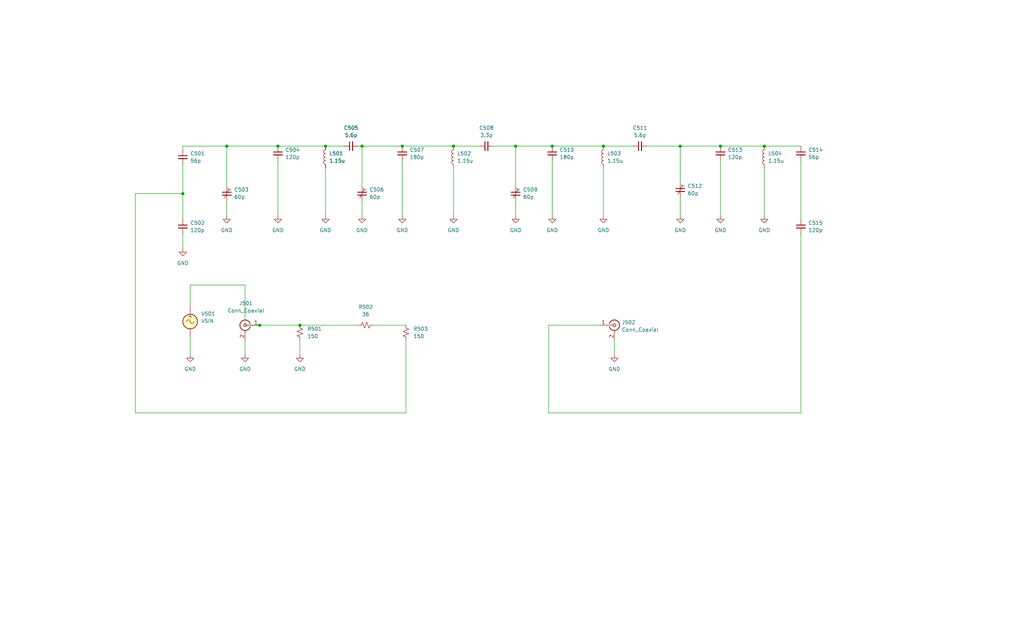
<source format=kicad_sch>
(kicad_sch (version 20211123) (generator eeschema)
  (paper "USLegal")
  (title_block (title "W7ZOI Spectrum Analyzer: Resolution Filters") (date "2022-05-30") (rev "0.3") (company "Andy McCann KA3KAF and Doug McCann KA3KAG") (comment 2 "Terry White K7TAU") (comment 3 "Wes Hayward W7ZOI") (comment 4 "Original Design By:"))
  (lib_symbols
    (symbol "Connector:Conn_Coaxial" (pin_names (offset 1.016) hide)
      (property "Reference" "J" (at 0.254 3.048 0))
      (property "Value" "Conn_Coaxial" (at 2.921 0 90))
      (symbol "Conn_Coaxial_0_1"
        (arc (start -1.778 -0.508) (mid 0.2311 -1.8066) (end 1.778 0) (stroke (width 0.254)))
        (polyline (pts (xy -2.54 0) (xy -0.508 0)))
        (polyline (pts (xy 0 -2.54) (xy 0 -1.778)))
        (circle (center 0 0) (radius 0.508) (stroke (width 0.2032)))
        (arc (start 1.778 0) (mid 0.2099 1.8101) (end -1.778 0.508) (stroke (width 0.254)))
      )
      (symbol "Conn_Coaxial_1_1"
        (pin passive line (at -5.08 0 0) (length 2.54) (name "In") (number "1"))
        (pin passive line (at 0 -5.08 90) (length 2.54) (name "Ext") (number "2"))
      )
    )
    (symbol "Device:C_Small" (pin_numbers hide) (pin_names (offset 0.254) hide)
      (property "Reference" "C" (at 0.254 1.778 0))
      (property "Value" "C_Small" (at 0.254 -2.032 0))
      (symbol "C_Small_0_1"
        (polyline (pts (xy -1.524 -0.508) (xy 1.524 -0.508)) (stroke (width 0.3302)))
        (polyline (pts (xy -1.524 0.508) (xy 1.524 0.508)) (stroke (width 0.3048)))
      )
      (symbol "C_Small_1_1"
        (pin passive line (at 0 2.54 270) (length 2.032) (name "~") (number "1"))
        (pin passive line (at 0 -2.54 90) (length 2.032) (name "~") (number "2"))
      )
    )
    (symbol "Device:C_Trim_Small" (pin_numbers hide) (pin_names (offset 0.254) hide)
      (property "Reference" "C" (at 1.524 -2.032 0))
      (property "Value" "C_Trim_Small" (at 3.048 -3.556 0))
      (symbol "C_Trim_Small_0_1"
        (polyline (pts (xy -1.524 -0.508) (xy 1.524 -0.508)) (stroke (width 0.3048)))
        (polyline (pts (xy -1.524 0.508) (xy 1.524 0.508)) (stroke (width 0.3048)))
        (polyline (pts (xy 0.762 1.524) (xy -0.762 -1.524)) (stroke (width 0.1778)))
        (polyline (pts (xy 1.27 1.27) (xy 0.381 1.778)) (stroke (width 0.1778)))
      )
      (symbol "C_Trim_Small_1_1"
        (pin passive line (at 0 2.54 270) (length 2.032) (name "~") (number "1"))
        (pin passive line (at 0 -2.54 90) (length 2.032) (name "~") (number "2"))
      )
    )
    (symbol "Device:L" (pin_numbers hide) (pin_names (offset 1.016) hide)
      (property "Reference" "L" (at -1.27 0 90))
      (property "Value" "L" (at 1.905 0 90))
      (symbol "L_0_1"
        (arc (start 0 -2.54) (mid 0.635 -1.905) (end 0 -1.27))
        (arc (start 0 -1.27) (mid 0.635 -0.635) (end 0 0))
        (arc (start 0 0) (mid 0.635 0.635) (end 0 1.27))
        (arc (start 0 1.27) (mid 0.635 1.905) (end 0 2.54))
      )
      (symbol "L_1_1"
        (pin passive line (at 0 3.81 270) (length 1.27) (name "1") (number "1"))
        (pin passive line (at 0 -3.81 90) (length 1.27) (name "2") (number "2"))
      )
    )
    (symbol "Device:R_Small_US" (pin_numbers hide) (pin_names (offset 0.254) hide)
      (property "Reference" "R" (at 0.762 0.508 0))
      (property "Value" "R_Small_US" (at 0.762 -1.016 0))
      (symbol "R_Small_US_1_1"
        (polyline (pts (xy 0 0) (xy 1.016 -0.381) (xy 0 -0.762) (xy -1.016 -1.143) (xy 0 -1.524)))
        (polyline (pts (xy 0 1.524) (xy 1.016 1.143) (xy 0 0.762) (xy -1.016 0.381) (xy 0 0)))
        (pin passive line (at 0 2.54 270) (length 1.016) (name "~") (number "1"))
        (pin passive line (at 0 -2.54 90) (length 1.016) (name "~") (number "2"))
      )
    )
    (symbol "Simulation_SPICE:VSIN" (pin_numbers hide) (pin_names (offset 0.0254))
      (property "Reference" "V" (at 2.54 2.54 0))
      (property "Value" "VSIN" (at 2.54 0 0))
      (property "Spice_Model" "sin(0 1 1k)" (at 2.54 -2.54 0))
      (symbol "VSIN_0_0"
        (arc (start 0 0) (mid -0.635 0.635) (end -1.27 0))
        (arc (start 0 0) (mid 0.635 -0.635) (end 1.27 0))
        (text "+" (at 0 1.905 0) (effects (font (size 1.27 1.27))))
      )
      (symbol "VSIN_0_1"
        (circle (center 0 0) (radius 2.54) (stroke (width 0.254)) (fill (type background)))
      )
      (symbol "VSIN_1_1"
        (pin passive line (at 0 5.08 270) (length 2.54) (name "~") (number "1"))
        (pin passive line (at 0 -5.08 90) (length 2.54) (name "~") (number "2"))
      )
    )
    (symbol "power:GND" (power) (pin_names (offset 0))
      (property "Value" "GND" (at 0 -3.81 0))
      (symbol "GND_0_1"
        (polyline (pts (xy 0 0) (xy 0 -1.27) (xy 1.27 -1.27) (xy 0 -2.54) (xy -1.27 -1.27) (xy 0 -1.27)))
      )
      (symbol "GND_1_1"
        (pin power_in line (at 0 0 270) (length 0) hide (name "GND") (number "1"))
      )
    )
  )
  (junction (at 78.74 50.8))
  (junction (at 96.52 50.8))
  (junction (at 265.43 50.8))
  (junction (at 63.5 67.31))
  (junction (at 139.7 50.8))
  (junction (at 209.55 50.8))
  (junction (at 191.77 50.8))
  (junction (at 179.07 50.8))
  (junction (at 90.17 113.03))
  (junction (at 157.48 50.8))
  (junction (at 104.14 113.03))
  (junction (at 125.73 50.8))
  (junction (at 236.22 50.8))
  (junction (at 113.03 50.8))
  (junction (at 250.19 50.8))
  (wire (pts (xy 66.04 106.68) (xy 66.04 99.06)))
  (wire (pts (xy 140.97 143.51) (xy 46.99 143.51)))
  (wire (pts (xy 78.74 50.8) (xy 78.74 64.77)))
  (wire (pts (xy 96.52 50.8) (xy 113.03 50.8)))
  (wire (pts (xy 157.48 50.8) (xy 166.37 50.8)))
  (wire (pts (xy 224.79 50.8) (xy 236.22 50.8)))
  (wire (pts (xy 104.14 113.03) (xy 90.17 113.03)))
  (wire (pts (xy 250.19 50.8) (xy 265.43 50.8)))
  (wire (pts (xy 66.04 99.06) (xy 85.09 99.06)))
  (wire (pts (xy 46.99 143.51) (xy 46.99 67.31)))
  (wire (pts (xy 236.22 50.8) (xy 250.19 50.8)))
  (wire (pts (xy 139.7 50.8) (xy 157.48 50.8)))
  (wire (pts (xy 63.5 50.8) (xy 78.74 50.8)))
  (wire (pts (xy 265.43 50.8) (xy 278.13 50.8)))
  (wire (pts (xy 46.99 67.31) (xy 63.5 67.31)))
  (wire (pts (xy 96.52 55.88) (xy 96.52 74.93)))
  (wire (pts (xy 250.19 55.88) (xy 250.19 74.93)))
  (wire (pts (xy 179.07 50.8) (xy 191.77 50.8)))
  (wire (pts (xy 179.07 69.85) (xy 179.07 74.93)))
  (wire (pts (xy 278.13 55.88) (xy 278.13 76.2)))
  (wire (pts (xy 104.14 118.11) (xy 104.14 123.19)))
  (wire (pts (xy 63.5 86.36) (xy 63.5 81.28)))
  (wire (pts (xy 213.36 118.11) (xy 213.36 123.19)))
  (wire (pts (xy 191.77 50.8) (xy 209.55 50.8)))
  (wire (pts (xy 124.46 50.8) (xy 125.73 50.8)))
  (wire (pts (xy 139.7 55.88) (xy 139.7 74.93)))
  (wire (pts (xy 140.97 118.11) (xy 140.97 143.51)))
  (wire (pts (xy 85.09 99.06) (xy 85.09 113.03)))
  (wire (pts (xy 236.22 50.8) (xy 236.22 63.5)))
  (wire (pts (xy 190.5 113.03) (xy 208.28 113.03)))
  (wire (pts (xy 124.46 113.03) (xy 104.14 113.03)))
  (wire (pts (xy 78.74 50.8) (xy 96.52 50.8)))
  (wire (pts (xy 140.97 113.03) (xy 129.54 113.03)))
  (wire (pts (xy 278.13 143.51) (xy 190.5 143.51)))
  (wire (pts (xy 113.03 58.42) (xy 113.03 74.93)))
  (wire (pts (xy 66.04 123.19) (xy 66.04 116.84)))
  (wire (pts (xy 63.5 57.15) (xy 63.5 67.31)))
  (wire (pts (xy 63.5 52.07) (xy 63.5 50.8)))
  (wire (pts (xy 265.43 58.42) (xy 265.43 74.93)))
  (wire (pts (xy 125.73 69.85) (xy 125.73 74.93)))
  (wire (pts (xy 125.73 50.8) (xy 139.7 50.8)))
  (wire (pts (xy 63.5 67.31) (xy 63.5 76.2)))
  (wire (pts (xy 190.5 143.51) (xy 190.5 113.03)))
  (wire (pts (xy 209.55 58.42) (xy 209.55 74.93)))
  (wire (pts (xy 78.74 69.85) (xy 78.74 74.93)))
  (wire (pts (xy 236.22 68.58) (xy 236.22 74.93)))
  (wire (pts (xy 209.55 50.8) (xy 219.71 50.8)))
  (wire (pts (xy 157.48 58.42) (xy 157.48 74.93)))
  (wire (pts (xy 278.13 81.28) (xy 278.13 143.51)))
  (wire (pts (xy 171.45 50.8) (xy 179.07 50.8)))
  (wire (pts (xy 125.73 50.8) (xy 125.73 64.77)))
  (wire (pts (xy 90.17 113.03) (xy 85.09 113.03)))
  (wire (pts (xy 85.09 118.11) (xy 85.09 123.19)))
  (wire (pts (xy 179.07 50.8) (xy 179.07 64.77)))
  (wire (pts (xy 113.03 50.8) (xy 119.38 50.8)))
  (wire (pts (xy 191.77 55.88) (xy 191.77 74.93)))
  (symbol (lib_id "Device:R_Small_US") (at 104.14 115.57 0) (unit 1)
    (property "Reference" "R501" (at 106.68 114.2999 0) (effects (justify left)))
    (property "Value" "150" (at 106.68 116.8399 0) (effects (justify left)))
  )
  (symbol (lib_id "power:GND") (at 125.73 74.93 0) (unit 1)
    (property "Reference" "#PWR0508" (effects hide))
    (property "Value" "GND" (at 125.73 80.01 0))
  )
  (symbol (lib_id "Device:C_Small") (at 191.77 53.34 0) (unit 1)
    (property "Reference" "C510" (at 194.31 52.0762 0) (effects (justify left)))
    (property "Value" "180p" (at 194.31 54.6162 0) (effects (justify left)))
  )
  (symbol (lib_id "Simulation_SPICE:VSIN") (at 66.04 111.76 0) (unit 1)
    (property "Reference" "V501" (at 69.85 109.0301 0) (effects (justify left)))
    (property "Value" "VSIN" (at 69.85 111.5701 0) (effects (justify left)))
    (property "Spice_Netlist_Enabled" "Y" (effects hide))
    (property "Spice_Primitive" "V" (effects hide))
    (property "Spice_Model" "ac 1" (at 69.85 114.1101 0) (effects (justify left)))
  )
  (symbol (lib_id "Device:L") (at 157.48 54.61 0) (mirror y) (unit 1)
    (property "Reference" "L502" (at 158.75 53.3399 0) (effects (justify right)))
    (property "Value" "1.15u" (at 158.75 55.8799 0) (effects (justify right)))
  )
  (symbol (lib_id "Device:C_Trim_Small") (at 236.22 66.04 0) (unit 1)
    (property "Reference" "C512" (at 238.76 64.6429 0) (effects (justify left)))
    (property "Value" "60p" (at 238.76 67.1829 0) (effects (justify left)))
  )
  (symbol (lib_id "power:GND") (at 157.48 74.93 0) (unit 1)
    (property "Reference" "#PWR0510" (effects hide))
    (property "Value" "GND" (at 157.48 80.01 0))
  )
  (symbol (lib_id "Device:C_Small") (at 250.19 53.34 0) (unit 1)
    (property "Reference" "C513" (at 252.73 52.0762 0) (effects (justify left)))
    (property "Value" "120p" (at 252.73 54.6162 0) (effects (justify left)))
  )
  (symbol (lib_id "Device:R_Small_US") (at 127 113.03 90) (unit 1)
    (property "Reference" "R502" (at 127 106.68 90))
    (property "Value" "36" (at 127 109.22 90))
  )
  (symbol (lib_id "Device:C_Small") (at 96.52 53.34 0) (unit 1)
    (property "Reference" "C504" (at 99.06 52.0762 0) (effects (justify left)))
    (property "Value" "120p" (at 99.06 54.6162 0) (effects (justify left)))
  )
  (symbol (lib_id "Device:C_Small") (at 222.25 50.8 90) (unit 1)
    (property "Reference" "C511" (at 222.2563 44.45 90))
    (property "Value" "5.6p" (at 222.2563 46.99 90))
  )
  (symbol (lib_id "power:GND") (at 265.43 74.93 0) (unit 1)
    (property "Reference" "#PWR0517" (effects hide))
    (property "Value" "GND" (at 265.43 80.01 0))
  )
  (symbol (lib_id "Device:C_Small") (at 278.13 53.34 0) (unit 1)
    (property "Reference" "C514" (at 280.67 52.0762 0) (effects (justify left)))
    (property "Value" "56p" (at 280.67 54.6162 0) (effects (justify left)))
  )
  (symbol (lib_id "power:GND") (at 63.5 86.36 0) (unit 1)
    (property "Reference" "#PWR0501" (effects hide))
    (property "Value" "GND" (at 63.5 91.44 0))
  )
  (symbol (lib_id "power:GND") (at 179.07 74.93 0) (unit 1)
    (property "Reference" "#PWR0511" (effects hide))
    (property "Value" "GND" (at 179.07 80.01 0))
  )
  (symbol (lib_id "Device:C_Small") (at 63.5 78.74 0) (unit 1)
    (property "Reference" "C502" (at 66.04 77.4762 0) (effects (justify left)))
    (property "Value" "120p" (at 66.04 80.0162 0) (effects (justify left)))
  )
  (symbol (lib_id "power:GND") (at 191.77 74.93 0) (unit 1)
    (property "Reference" "#PWR0512" (effects hide))
    (property "Value" "GND" (at 191.77 80.01 0))
  )
  (symbol (lib_id "power:GND") (at 250.19 74.93 0) (unit 1)
    (property "Reference" "#PWR0516" (effects hide))
    (property "Value" "GND" (at 250.19 80.01 0))
  )
  (symbol (lib_id "power:GND") (at 104.14 123.19 0) (unit 1)
    (property "Reference" "#PWR0506" (effects hide))
    (property "Value" "GND" (at 104.14 128.27 0))
  )
  (symbol (lib_id "power:GND") (at 85.09 123.19 0) (unit 1)
    (property "Reference" "#PWR0504" (effects hide))
    (property "Value" "GND" (at 85.09 128.27 0))
  )
  (symbol (lib_id "Connector:Conn_Coaxial") (at 85.09 113.03 0) (mirror y) (unit 1)
    (property "Reference" "J501" (at 85.4074 105.41 0))
    (property "Value" "Conn_Coaxial" (at 85.4074 107.95 0))
    (property "Datasheet" " ~" (effects hide))
  )
  (symbol (lib_id "Connector:Conn_Coaxial") (at 213.36 113.03 0) (unit 1)
    (property "Reference" "J502" (at 215.9 112.0531 0) (effects (justify left)))
    (property "Value" "Conn_Coaxial" (at 215.9 114.5931 0) (effects (justify left)))
    (property "Datasheet" " ~" (effects hide))
  )
  (symbol (lib_id "power:GND") (at 113.03 74.93 0) (unit 1)
    (property "Reference" "#PWR0507" (effects hide))
    (property "Value" "GND" (at 113.03 80.01 0))
  )
  (symbol (lib_id "power:GND") (at 78.74 74.93 0) (unit 1)
    (property "Reference" "#PWR0503" (effects hide))
    (property "Value" "GND" (at 78.74 80.01 0))
  )
  (symbol (lib_id "Device:C_Small") (at 168.91 50.8 90) (unit 1)
    (property "Reference" "C508" (at 168.9163 44.45 90))
    (property "Value" "3.3p" (at 168.9163 46.99 90))
  )
  (symbol (lib_id "power:GND") (at 66.04 123.19 0) (unit 1)
    (property "Reference" "#PWR0502" (effects hide))
    (property "Value" "GND" (at 66.04 128.27 0))
  )
  (symbol (lib_id "Device:L") (at 113.03 54.61 0) (mirror y) (unit 1)
    (property "Reference" "L501" (at 114.3 53.3399 0) (effects (justify right)))
    (property "Value" "1.15u" (at 114.3 55.8799 0) (effects (justify right)))
  )
  (symbol (lib_id "Device:C_Trim_Small") (at 78.74 67.31 0) (unit 1)
    (property "Reference" "C503" (at 81.28 65.9129 0) (effects (justify left)))
    (property "Value" "60p" (at 81.28 68.4529 0) (effects (justify left)))
  )
  (symbol (lib_id "Device:C_Trim_Small") (at 125.73 67.31 0) (unit 1)
    (property "Reference" "C506" (at 128.27 65.9129 0) (effects (justify left)))
    (property "Value" "60p" (at 128.27 68.4529 0) (effects (justify left)))
  )
  (symbol (lib_id "power:GND") (at 96.52 74.93 0) (unit 1)
    (property "Reference" "#PWR0505" (effects hide))
    (property "Value" "GND" (at 96.52 80.01 0))
  )
  (symbol (lib_id "Device:L") (at 265.43 54.61 0) (mirror y) (unit 1)
    (property "Reference" "L504" (at 266.7 53.3399 0) (effects (justify right)))
    (property "Value" "1.15u" (at 266.7 55.8799 0) (effects (justify right)))
  )
  (symbol (lib_id "Device:C_Small") (at 139.7 53.34 0) (unit 1)
    (property "Reference" "C507" (at 142.24 52.0762 0) (effects (justify left)))
    (property "Value" "180p" (at 142.24 54.6162 0) (effects (justify left)))
  )
  (symbol (lib_id "power:GND") (at 139.7 74.93 0) (unit 1)
    (property "Reference" "#PWR0509" (effects hide))
    (property "Value" "GND" (at 139.7 80.01 0))
  )
  (symbol (lib_id "power:GND") (at 236.22 74.93 0) (unit 1)
    (property "Reference" "#PWR0515" (effects hide))
    (property "Value" "GND" (at 236.22 80.01 0))
  )
  (symbol (lib_id "Device:C_Small") (at 121.92 50.8 90) (unit 1)
    (property "Reference" "C505" (at 121.9263 44.45 90))
    (property "Value" "5.6p" (at 121.9263 46.99 90))
  )
  (symbol (lib_id "power:GND") (at 213.36 123.19 0) (unit 1)
    (property "Reference" "#PWR0514" (effects hide))
    (property "Value" "GND" (at 213.36 128.27 0))
  )
  (symbol (lib_id "Device:R_Small_US") (at 140.97 115.57 0) (unit 1)
    (property "Reference" "R503" (at 143.51 114.2999 0) (effects (justify left)))
    (property "Value" "150" (at 143.51 116.8399 0) (effects (justify left)))
  )
  (symbol (lib_id "Device:L") (at 209.55 54.61 0) (mirror y) (unit 1)
    (property "Reference" "L503" (at 210.82 53.3399 0) (effects (justify right)))
    (property "Value" "1.15u" (at 210.82 55.8799 0) (effects (justify right)))
  )
  (symbol (lib_id "Device:C_Trim_Small") (at 179.07 67.31 0) (unit 1)
    (property "Reference" "C509" (at 181.61 65.9129 0) (effects (justify left)))
    (property "Value" "60p" (at 181.61 68.4529 0) (effects (justify left)))
  )
  (symbol (lib_id "Device:C_Small") (at 63.5 54.61 0) (unit 1)
    (property "Reference" "C501" (at 66.04 53.3462 0) (effects (justify left)))
    (property "Value" "56p" (at 66.04 55.8862 0) (effects (justify left)))
  )
  (symbol (lib_id "power:GND") (at 209.55 74.93 0) (unit 1)
    (property "Reference" "#PWR0513" (effects hide))
    (property "Value" "GND" (at 209.55 80.01 0))
  )
  (symbol (lib_id "Device:C_Small") (at 278.13 78.74 0) (unit 1)
    (property "Reference" "C515" (at 280.67 77.4762 0) (effects (justify left)))
    (property "Value" "120p" (at 280.67 80.0162 0) (effects (justify left)))
  )
)
</source>
